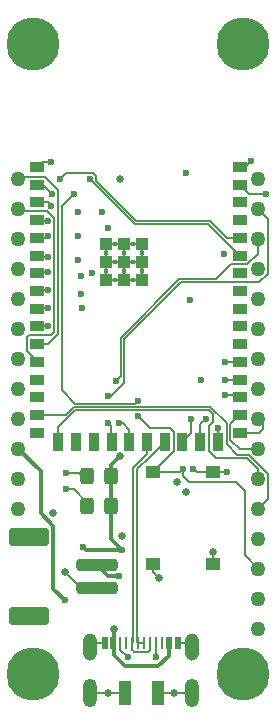
<source format=gbr>
%TF.GenerationSoftware,KiCad,Pcbnew,5.99.0-unknown-fc7f1d1d86~106~ubuntu20.04.1*%
%TF.CreationDate,2021-01-14T15:04:18+11:00*%
%TF.ProjectId,esp32-s2-feather,65737033-322d-4733-922d-666561746865,rev?*%
%TF.SameCoordinates,Original*%
%TF.FileFunction,Copper,L1,Top*%
%TF.FilePolarity,Positive*%
%FSLAX46Y46*%
G04 Gerber Fmt 4.6, Leading zero omitted, Abs format (unit mm)*
G04 Created by KiCad (PCBNEW 5.99.0-unknown-fc7f1d1d86~106~ubuntu20.04.1) date 2021-01-14 15:04:18*
%MOMM*%
%LPD*%
G01*
G04 APERTURE LIST*
G04 Aperture macros list*
%AMRoundRect*
0 Rectangle with rounded corners*
0 $1 Rounding radius*
0 $2 $3 $4 $5 $6 $7 $8 $9 X,Y pos of 4 corners*
0 Add a 4 corners polygon primitive as box body*
4,1,4,$2,$3,$4,$5,$6,$7,$8,$9,$2,$3,0*
0 Add four circle primitives for the rounded corners*
1,1,$1+$1,$2,$3,0*
1,1,$1+$1,$4,$5,0*
1,1,$1+$1,$6,$7,0*
1,1,$1+$1,$8,$9,0*
0 Add four rect primitives between the rounded corners*
20,1,$1+$1,$2,$3,$4,$5,0*
20,1,$1+$1,$4,$5,$6,$7,0*
20,1,$1+$1,$6,$7,$8,$9,0*
20,1,$1+$1,$8,$9,$2,$3,0*%
G04 Aperture macros list end*
%TA.AperFunction,ComponentPad*%
%ADD10C,4.500000*%
%TD*%
%TA.AperFunction,SMDPad,CuDef*%
%ADD11RoundRect,0.250000X-1.500000X0.250000X-1.500000X-0.250000X1.500000X-0.250000X1.500000X0.250000X0*%
%TD*%
%TA.AperFunction,SMDPad,CuDef*%
%ADD12RoundRect,0.250001X-1.449999X0.499999X-1.449999X-0.499999X1.449999X-0.499999X1.449999X0.499999X0*%
%TD*%
%TA.AperFunction,SMDPad,CuDef*%
%ADD13R,0.520000X1.000000*%
%TD*%
%TA.AperFunction,SMDPad,CuDef*%
%ADD14R,0.270000X1.000000*%
%TD*%
%TA.AperFunction,SMDPad,CuDef*%
%ADD15R,1.000000X2.000000*%
%TD*%
%TA.AperFunction,ComponentPad*%
%ADD16O,1.158000X2.316000*%
%TD*%
%TA.AperFunction,ComponentPad*%
%ADD17O,1.200000X2.400000*%
%TD*%
%TA.AperFunction,SMDPad,CuDef*%
%ADD18R,1.250000X1.000000*%
%TD*%
%TA.AperFunction,SMDPad,CuDef*%
%ADD19R,1.200000X0.900000*%
%TD*%
%TA.AperFunction,SMDPad,CuDef*%
%ADD20R,0.900000X1.500000*%
%TD*%
%TA.AperFunction,SMDPad,CuDef*%
%ADD21R,1.100000X1.100000*%
%TD*%
%TA.AperFunction,ComponentPad*%
%ADD22C,0.400000*%
%TD*%
%TA.AperFunction,ComponentPad*%
%ADD23C,1.270000*%
%TD*%
%TA.AperFunction,SMDPad,CuDef*%
%ADD24RoundRect,0.250000X-0.325000X-0.450000X0.325000X-0.450000X0.325000X0.450000X-0.325000X0.450000X0*%
%TD*%
%TA.AperFunction,ViaPad*%
%ADD25C,0.600000*%
%TD*%
%TA.AperFunction,ViaPad*%
%ADD26C,0.650000*%
%TD*%
%TA.AperFunction,Conductor*%
%ADD27C,0.127000*%
%TD*%
%TA.AperFunction,Conductor*%
%ADD28C,0.300000*%
%TD*%
G04 APERTURE END LIST*
D10*
%TO.P,REF\u002A\u002A,*%
%TO.N,GND*%
X195580000Y-99060000D03*
%TD*%
D11*
%TO.P,J2,1,Pin_1*%
%TO.N,+BATT*%
X183190000Y-89805000D03*
%TO.P,J2,2,Pin_2*%
%TO.N,GND*%
X183190000Y-91805000D03*
D12*
%TO.P,J2,MP*%
%TO.N,N/C*%
X177440000Y-87455000D03*
X177440000Y-94155000D03*
%TD*%
D13*
%TO.P,J1,1,GND*%
%TO.N,GND*%
X183844000Y-96436000D03*
%TO.P,J1,2,VBUS*%
%TO.N,VBUS*%
X184594000Y-96436000D03*
D14*
%TO.P,J1,3,CC1*%
%TO.N,Net-(J1-Pad3)*%
X185194000Y-96436000D03*
%TO.P,J1,4*%
%TO.N,N/C*%
X185694000Y-96436000D03*
%TO.P,J1,5,D-*%
%TO.N,PORT_D-*%
X186194000Y-96436000D03*
%TO.P,J1,6,D+*%
%TO.N,PORT_D+*%
X186694000Y-96436000D03*
%TO.P,J1,7,D+*%
X187194000Y-96436000D03*
%TO.P,J1,8,D-*%
%TO.N,PORT_D-*%
X187694000Y-96436000D03*
%TO.P,J1,9,CC2*%
%TO.N,Net-(J1-Pad9)*%
X188194000Y-96436000D03*
%TO.P,J1,10*%
%TO.N,N/C*%
X188694000Y-96436000D03*
D13*
%TO.P,J1,11,VBUS*%
%TO.N,VBUS*%
X189294000Y-96436000D03*
%TO.P,J1,12,GND*%
%TO.N,GND*%
X190044000Y-96436000D03*
D15*
%TO.P,J1,S1,SHIELD*%
X185544000Y-100636000D03*
%TO.P,J1,S2,SHIELD*%
X188344000Y-100636000D03*
D16*
%TO.P,J1,S3,SHIELD*%
X182624000Y-96811000D03*
%TO.P,J1,S4,SHIELD*%
X191264000Y-96811000D03*
D17*
%TO.P,J1,S5,SHIELD*%
X182624000Y-100636000D03*
%TO.P,J1,S6,SHIELD*%
X191264000Y-100636000D03*
%TD*%
D18*
%TO.P,SW2,1,1*%
%TO.N,/IO0*%
X187960000Y-81977000D03*
%TO.P,SW2,2,2*%
%TO.N,GND*%
X187960000Y-89727000D03*
%TD*%
D19*
%TO.P,U5,1,GND*%
%TO.N,GND*%
X178090000Y-56135000D03*
%TO.P,U5,2,3V3*%
%TO.N,+3V3*%
X178090000Y-57635000D03*
%TO.P,U5,3,IO0*%
%TO.N,/IO0*%
X178090000Y-59135000D03*
%TO.P,U5,4,IO1*%
%TO.N,/IO1*%
X178090000Y-60635000D03*
%TO.P,U5,5,IO2*%
%TO.N,/IO2*%
X178090000Y-62135000D03*
%TO.P,U5,6,IO3*%
%TO.N,/IO3*%
X178090000Y-63635000D03*
%TO.P,U5,7,IO4*%
%TO.N,/IO4*%
X178090000Y-65135000D03*
%TO.P,U5,8,IO5*%
%TO.N,/IO5*%
X178090000Y-66635000D03*
%TO.P,U5,9,IO6*%
%TO.N,/IO6*%
X178090000Y-68135000D03*
%TO.P,U5,10,IO7*%
%TO.N,/IO7*%
X178090000Y-69635000D03*
%TO.P,U5,11,IO8*%
%TO.N,SDA*%
X178090000Y-71135000D03*
%TO.P,U5,12,IO9*%
%TO.N,SCL*%
X178090000Y-72635000D03*
%TO.P,U5,13,IO10*%
%TO.N,/IO10*%
X178090000Y-74135000D03*
%TO.P,U5,14,IO11*%
%TO.N,/IO11*%
X178090000Y-75635000D03*
%TO.P,U5,15,IO12*%
%TO.N,/IO12*%
X178090000Y-77135000D03*
%TO.P,U5,16,IO13*%
%TO.N,/IO13*%
X178090000Y-78635000D03*
D20*
%TO.P,U5,17,IO14*%
%TO.N,/IO14*%
X179940000Y-79385000D03*
%TO.P,U5,18,IO15*%
%TO.N,/IO15*%
X181440000Y-79385000D03*
%TO.P,U5,19,IO16*%
%TO.N,/IO16*%
X182940000Y-79385000D03*
%TO.P,U5,20,IO17*%
%TO.N,/IO17*%
X184440000Y-79385000D03*
%TO.P,U5,21,IO18*%
%TO.N,/IO18*%
X185940000Y-79385000D03*
%TO.P,U5,22,IO19*%
%TO.N,PORT_D-*%
X187440000Y-79385000D03*
%TO.P,U5,23,IO20*%
%TO.N,PORT_D+*%
X188940000Y-79385000D03*
%TO.P,U5,24,IO21*%
%TO.N,/IO21*%
X190440000Y-79385000D03*
%TO.P,U5,25,IO26*%
%TO.N,/IO26*%
X191940000Y-79385000D03*
%TO.P,U5,26,GND*%
%TO.N,GND*%
X193440000Y-79385000D03*
D19*
%TO.P,U5,27,IO33*%
%TO.N,/IO33*%
X195290000Y-78635000D03*
%TO.P,U5,28,IO34*%
%TO.N,/IO34*%
X195290000Y-77135000D03*
%TO.P,U5,29,IO35*%
%TO.N,/IO35*%
X195290000Y-75635000D03*
%TO.P,U5,30,IO36*%
%TO.N,/IO36*%
X195290000Y-74135000D03*
%TO.P,U5,31,IO37*%
%TO.N,/IO37*%
X195290000Y-72635000D03*
%TO.P,U5,32,IO38*%
%TO.N,/IO38*%
X195290000Y-71135000D03*
%TO.P,U5,33,IO39*%
%TO.N,/IO39*%
X195290000Y-69635000D03*
%TO.P,U5,34,IO40*%
%TO.N,/IO40*%
X195290000Y-68135000D03*
%TO.P,U5,35,IO41*%
%TO.N,/IO41*%
X195290000Y-66635000D03*
%TO.P,U5,36,IO42*%
%TO.N,/IO42*%
X195290000Y-65135000D03*
%TO.P,U5,37,TXD0*%
%TO.N,/TXD0*%
X195290000Y-63635000D03*
%TO.P,U5,38,RXD0*%
%TO.N,/RXD0*%
X195290000Y-62135000D03*
%TO.P,U5,39,IO45*%
%TO.N,/IO45*%
X195290000Y-60635000D03*
%TO.P,U5,40,IO46*%
%TO.N,/IO46*%
X195290000Y-59135000D03*
%TO.P,U5,41,EN*%
%TO.N,/ESP32-EN*%
X195290000Y-57635000D03*
%TO.P,U5,42,GND*%
%TO.N,GND*%
X195290000Y-56135000D03*
D21*
%TO.P,U5,43.1,GND*%
X185500000Y-64185000D03*
%TO.P,U5,43.2,GND*%
X184000000Y-64185000D03*
%TO.P,U5,43.3,GND*%
X187000000Y-64185000D03*
%TO.P,U5,43.4,GND*%
X184000000Y-65685000D03*
%TO.P,U5,43.5,GND*%
X185500000Y-65685000D03*
%TO.P,U5,43.6,GND*%
X187000000Y-65685000D03*
%TO.P,U5,43.7,GND*%
X184000000Y-62685000D03*
%TO.P,U5,43.8,GND*%
X185500000Y-62685000D03*
%TO.P,U5,43.9,GND*%
X187000000Y-62685000D03*
D22*
%TO.P,U5,43.10,GND*%
X185500000Y-63435000D03*
%TO.P,U5,43.11,GND*%
X184000000Y-63435000D03*
%TO.P,U5,43.12,GND*%
X187000000Y-63435000D03*
%TO.P,U5,43.13,GND*%
X184000000Y-64935000D03*
%TO.P,U5,43.14,GND*%
X185500000Y-64935000D03*
%TO.P,U5,43.15,GND*%
X187000000Y-64935000D03*
%TO.P,U5,43.16,GND*%
X184750000Y-62685000D03*
%TO.P,U5,43.17,GND*%
X186250000Y-62685000D03*
%TO.P,U5,43.18,GND*%
X184750000Y-64185000D03*
%TO.P,U5,43.19,GND*%
X186250000Y-64185000D03*
%TO.P,U5,43.20,GND*%
X184750000Y-65685000D03*
%TO.P,U5,43.21,GND*%
X186250000Y-65685000D03*
%TD*%
D23*
%TO.P,J3,1,Pin_1*%
%TO.N,+BATT*%
X176530000Y-85090000D03*
%TO.P,J3,2,Pin_2*%
%TO.N,/3V3A_EN*%
X176530000Y-82550000D03*
%TO.P,J3,3,Pin_3*%
%TO.N,VBUS*%
X176530000Y-80010000D03*
%TO.P,J3,4,Pin_4*%
%TO.N,/IO7*%
X176530000Y-77470000D03*
%TO.P,J3,5,Pin_5*%
%TO.N,/IO6*%
X176530000Y-74930000D03*
%TO.P,J3,6,Pin_6*%
%TO.N,/IO5*%
X176530000Y-72390000D03*
%TO.P,J3,7,Pin_7*%
%TO.N,/IO4*%
X176530000Y-69850000D03*
%TO.P,J3,8,Pin_8*%
%TO.N,/IO3*%
X176530000Y-67310000D03*
%TO.P,J3,9,Pin_9*%
%TO.N,/IO2*%
X176530000Y-64770000D03*
%TO.P,J3,10,Pin_10*%
%TO.N,/IO1*%
X176530000Y-62230000D03*
%TO.P,J3,11,Pin_11*%
%TO.N,SCL*%
X176530000Y-59690000D03*
%TO.P,J3,12,Pin_12*%
%TO.N,SDA*%
X176530000Y-57150000D03*
%TD*%
D10*
%TO.P,REF\u002A\u002A,*%
%TO.N,*%
X195580000Y-45720000D03*
%TD*%
%TO.P,REF\u002A\u002A,*%
%TO.N,*%
X177800000Y-45720000D03*
%TD*%
D24*
%TO.P,D3,1,K*%
%TO.N,Net-(D3-Pad1)*%
X182363000Y-82296000D03*
%TO.P,D3,2,A*%
%TO.N,Net-(C1-Pad1)*%
X184413000Y-82296000D03*
%TD*%
D10*
%TO.P,REF\u002A\u002A,*%
%TO.N,*%
X177800000Y-99060000D03*
%TD*%
D24*
%TO.P,D2,1,K*%
%TO.N,Net-(D2-Pad1)*%
X182363000Y-84836000D03*
%TO.P,D2,2,A*%
%TO.N,Net-(C1-Pad1)*%
X184413000Y-84836000D03*
%TD*%
D18*
%TO.P,SW1,1,1*%
%TO.N,/ESP32-EN*%
X193040000Y-81977000D03*
%TO.P,SW1,2,2*%
%TO.N,GND*%
X193040000Y-89727000D03*
%TD*%
D23*
%TO.P,J4,1,Pin_1*%
%TO.N,+3.3VA*%
X196850000Y-57150000D03*
%TO.P,J4,2,Pin_2*%
%TO.N,/IO17*%
X196850000Y-59690000D03*
%TO.P,J4,3,Pin_3*%
%TO.N,/IO18*%
X196850000Y-62230000D03*
%TO.P,J4,4,Pin_4*%
%TO.N,/IO37*%
X196850000Y-64770000D03*
%TO.P,J4,5,Pin_5*%
%TO.N,/IO35*%
X196850000Y-67310000D03*
%TO.P,J4,6,Pin_6*%
%TO.N,/IO36*%
X196850000Y-69850000D03*
%TO.P,J4,7,Pin_7*%
%TO.N,/IO26*%
X196850000Y-72390000D03*
%TO.P,J4,8,Pin_8*%
%TO.N,/IO21*%
X196850000Y-74930000D03*
%TO.P,J4,9,Pin_9*%
%TO.N,/IO33*%
X196850000Y-77470000D03*
%TO.P,J4,10,Pin_10*%
%TO.N,/IO34*%
X196850000Y-80010000D03*
%TO.P,J4,11,Pin_11*%
%TO.N,/IO14*%
X196850000Y-82550000D03*
%TO.P,J4,12,Pin_12*%
%TO.N,/IO12*%
X196850000Y-85090000D03*
%TO.P,J4,13,Pin_13*%
%TO.N,GND*%
X196850000Y-87630000D03*
%TO.P,J4,14,Pin_14*%
%TO.N,/IO0*%
X196850000Y-90170000D03*
%TO.P,J4,15,Pin_15*%
%TO.N,+3V3*%
X196850000Y-92710000D03*
%TO.P,J4,16,Pin_16*%
%TO.N,/ESP32-EN*%
X196850000Y-95250000D03*
%TD*%
D25*
%TO.N,GND*%
X196240400Y-55626000D03*
X184150000Y-61341000D03*
D26*
X185293000Y-87376000D03*
D25*
X193446400Y-78232000D03*
X182753000Y-65151000D03*
X191058800Y-67360800D03*
X190754000Y-56642000D03*
D26*
X189686000Y-100636000D03*
X188468000Y-90932000D03*
X179451000Y-85471000D03*
X193040000Y-88773000D03*
D25*
X183668400Y-59944000D03*
X179324000Y-55676800D03*
X192024000Y-74168000D03*
D26*
X180467000Y-90424000D03*
X185166000Y-57150000D03*
D25*
X193950500Y-63521500D03*
D26*
X184098000Y-100636000D03*
D25*
X181902138Y-68083738D03*
%TO.N,Net-(C1-Pad1)*%
X181991000Y-88315800D03*
D26*
X185166000Y-80645000D03*
D25*
X185360990Y-88586990D03*
%TO.N,+BATT*%
X185064400Y-90779600D03*
%TO.N,+3V3*%
X181636400Y-59944000D03*
D26*
X190754000Y-83693000D03*
X189992000Y-82804000D03*
D25*
X179425600Y-58420000D03*
X181636400Y-64008000D03*
X181864000Y-65405000D03*
X181636400Y-61976000D03*
X181864000Y-66929000D03*
%TO.N,/ESP32-EN*%
X191363600Y-81686400D03*
X194183000Y-81991200D03*
X197485000Y-58420000D03*
%TO.N,/IO0*%
X179324000Y-59436000D03*
X190500000Y-81686400D03*
X186690000Y-77216000D03*
X186690000Y-75946000D03*
X181229000Y-58420000D03*
%TO.N,VBUS*%
X180467000Y-92837000D03*
D26*
X184658000Y-95250000D03*
D25*
%TO.N,Net-(D2-Pad1)*%
X180594000Y-83439000D03*
%TO.N,Net-(D3-Pad1)*%
X180594000Y-82016600D03*
%TO.N,Net-(J1-Pad9)*%
X188194000Y-97643000D03*
%TO.N,Net-(J1-Pad3)*%
X185801000Y-97663000D03*
%TO.N,/IO1*%
X179070000Y-60706000D03*
%TO.N,/IO2*%
X179070000Y-61976000D03*
%TO.N,/IO3*%
X179070000Y-63754000D03*
%TO.N,/IO4*%
X179070000Y-65024000D03*
%TO.N,/IO5*%
X179070000Y-66548000D03*
%TO.N,/IO6*%
X179070000Y-68072000D03*
%TO.N,/IO7*%
X179070000Y-69596000D03*
%TO.N,/IO21*%
X191135000Y-77470000D03*
%TO.N,/IO26*%
X192405000Y-77470000D03*
%TO.N,/IO36*%
X194056000Y-74168000D03*
%TO.N,/IO35*%
X194056000Y-75438000D03*
%TO.N,/IO37*%
X194056000Y-72644000D03*
%TO.N,/IO18*%
X185039000Y-77851000D03*
X184785000Y-74295000D03*
%TO.N,/IO17*%
X184150000Y-77851000D03*
X184150000Y-75565000D03*
%TO.N,/RXD0*%
X180086000Y-57150000D03*
%TO.N,/TXD0*%
X182626000Y-57150000D03*
%TD*%
D27*
%TO.N,GND*%
X190044000Y-96436000D02*
X190889000Y-96436000D01*
X184000000Y-65685000D02*
X187000000Y-65685000D01*
X184750000Y-62685000D02*
X184000000Y-62685000D01*
X187960000Y-90424000D02*
X188468000Y-90932000D01*
X190889000Y-96436000D02*
X191264000Y-96811000D01*
X185500000Y-62685000D02*
X185500000Y-65685000D01*
X195731400Y-56135000D02*
X196240400Y-55626000D01*
X187960000Y-89727000D02*
X187960000Y-90424000D01*
X178548200Y-55676800D02*
X179324000Y-55676800D01*
X181848000Y-91805000D02*
X180467000Y-90424000D01*
X189686000Y-100636000D02*
X191264000Y-100636000D01*
X182999000Y-96436000D02*
X182624000Y-96811000D01*
X193446400Y-79378600D02*
X193446400Y-78232000D01*
X188344000Y-100636000D02*
X189686000Y-100636000D01*
X185544000Y-100636000D02*
X184098000Y-100636000D01*
X195290000Y-56135000D02*
X195731400Y-56135000D01*
X193040000Y-89727000D02*
X193040000Y-88773000D01*
X183190000Y-91805000D02*
X181848000Y-91805000D01*
X184000000Y-62685000D02*
X184000000Y-65685000D01*
X183844000Y-96436000D02*
X182999000Y-96436000D01*
X187000000Y-65685000D02*
X187000000Y-62685000D01*
X193440000Y-79385000D02*
X193446400Y-79378600D01*
X184750000Y-62685000D02*
X187000000Y-62685000D01*
X184098000Y-100636000D02*
X182624000Y-100636000D01*
X178090000Y-56135000D02*
X178548200Y-55676800D01*
X187000000Y-64185000D02*
X184000000Y-64185000D01*
D28*
%TO.N,Net-(C1-Pad1)*%
X184404000Y-87630000D02*
X184404000Y-84845000D01*
X184413000Y-82296000D02*
X184413000Y-84836000D01*
X181991000Y-88315800D02*
X182262190Y-88586990D01*
X184413000Y-81398000D02*
X185166000Y-80645000D01*
X184404000Y-84845000D02*
X184413000Y-84836000D01*
X184413000Y-82296000D02*
X184413000Y-81398000D01*
X182262190Y-88586990D02*
X185360990Y-88586990D01*
X184413000Y-82296000D02*
X184413000Y-82287000D01*
X185360990Y-88586990D02*
X184404000Y-87630000D01*
%TO.N,+BATT*%
X183190000Y-89805000D02*
X184164600Y-90779600D01*
X185064400Y-90779600D02*
X185013600Y-90779600D01*
X184164600Y-90779600D02*
X185064400Y-90779600D01*
D27*
%TO.N,+3V3*%
X178663600Y-57658000D02*
X179425600Y-58420000D01*
X178090000Y-57635000D02*
X178113000Y-57658000D01*
X178113000Y-57658000D02*
X178663600Y-57658000D01*
%TO.N,/ESP32-EN*%
X193054200Y-81991200D02*
X193040000Y-81977000D01*
X194183000Y-81991200D02*
X193054200Y-81991200D01*
X195290000Y-57635000D02*
X195267000Y-57658000D01*
X195290000Y-57635000D02*
X196075000Y-58420000D01*
X191363600Y-81700600D02*
X191363600Y-81686400D01*
X191654200Y-81991200D02*
X191363600Y-81700600D01*
X193040000Y-81991200D02*
X191654200Y-81991200D01*
X196075000Y-58420000D02*
X197485000Y-58420000D01*
%TO.N,/IO0*%
X195707000Y-83566000D02*
X194945000Y-82804000D01*
X187960000Y-81977000D02*
X189738000Y-80199000D01*
X190209400Y-81977000D02*
X190500000Y-81686400D01*
X186436000Y-76200000D02*
X181356000Y-76200000D01*
X180213000Y-75057000D02*
X180213000Y-59436000D01*
X194945000Y-82804000D02*
X191008000Y-82804000D01*
X189357000Y-78232000D02*
X187706000Y-78232000D01*
X187960000Y-81977000D02*
X190209400Y-81977000D01*
X190507501Y-81693901D02*
X190500000Y-81686400D01*
X181356000Y-76200000D02*
X180213000Y-75057000D01*
X180213000Y-59436000D02*
X181229000Y-58420000D01*
X186690000Y-75946000D02*
X186436000Y-76200000D01*
X195707000Y-89027000D02*
X195707000Y-83566000D01*
X179023000Y-59135000D02*
X179324000Y-59436000D01*
X178090000Y-59135000D02*
X179023000Y-59135000D01*
X189738000Y-78613000D02*
X189357000Y-78232000D01*
X190507501Y-82303501D02*
X190507501Y-81693901D01*
X196850000Y-90170000D02*
X195707000Y-89027000D01*
X191008000Y-82804000D02*
X190507501Y-82303501D01*
X187706000Y-78232000D02*
X186690000Y-77216000D01*
X189738000Y-80199000D02*
X189738000Y-78613000D01*
D28*
%TO.N,VBUS*%
X178435000Y-85454002D02*
X178435000Y-81915000D01*
X178435000Y-81915000D02*
X176530000Y-80010000D01*
X180467000Y-92837000D02*
X179490010Y-91860010D01*
X189278999Y-97520003D02*
X188374002Y-98425000D01*
X189294000Y-96436000D02*
X189278999Y-96451001D01*
X184658000Y-96372000D02*
X184594000Y-96436000D01*
X185600998Y-98425000D02*
X184609001Y-97433003D01*
D27*
X184594000Y-95314000D02*
X184658000Y-95250000D01*
D28*
X184658000Y-95250000D02*
X184658000Y-96372000D01*
X188374002Y-98425000D02*
X185600998Y-98425000D01*
X179490010Y-86509012D02*
X178435000Y-85454002D01*
X184609001Y-97433003D02*
X184609001Y-96451001D01*
X184609001Y-96451001D02*
X184594000Y-96436000D01*
X179490010Y-91860010D02*
X179490010Y-86509012D01*
X189278999Y-96451001D02*
X189278999Y-97520003D01*
D27*
%TO.N,Net-(D2-Pad1)*%
X182363000Y-84836000D02*
X182363000Y-84573000D01*
X181229000Y-83439000D02*
X180594000Y-83439000D01*
X182363000Y-84573000D02*
X181229000Y-83439000D01*
%TO.N,Net-(D3-Pad1)*%
X182363000Y-82296000D02*
X181991000Y-82296000D01*
X181711600Y-82016600D02*
X180594000Y-82016600D01*
X181991000Y-82296000D02*
X181711600Y-82016600D01*
%TO.N,Net-(J1-Pad9)*%
X188194000Y-96436000D02*
X188194000Y-97643000D01*
%TO.N,PORT_D-*%
X186348199Y-97199501D02*
X187539801Y-97199501D01*
X186194000Y-96436000D02*
X186280500Y-96349500D01*
X187694000Y-97040000D02*
X187694000Y-96436000D01*
X187592501Y-97141499D02*
X187694000Y-97040000D01*
X186280500Y-81582052D02*
X187440000Y-80422552D01*
X186194000Y-97040000D02*
X186295499Y-97141499D01*
X186280500Y-96349500D02*
X186280500Y-81582052D01*
X187539801Y-97199501D02*
X187592501Y-97146801D01*
X187592501Y-97146801D02*
X187592501Y-97141499D01*
X186194000Y-96436000D02*
X186194000Y-97040000D01*
X187440000Y-80422552D02*
X187440000Y-79385000D01*
X186295499Y-97146801D02*
X186348199Y-97199501D01*
X186295499Y-97141499D02*
X186295499Y-97146801D01*
%TO.N,PORT_D+*%
X187194000Y-96436000D02*
X186694000Y-96436000D01*
X186694000Y-96436000D02*
X186607500Y-96349500D01*
X187671223Y-80653777D02*
X188940000Y-79385000D01*
X186607500Y-81717500D02*
X187671223Y-80653777D01*
X186607500Y-96349500D02*
X186607500Y-81717500D01*
%TO.N,Net-(J1-Pad3)*%
X185194000Y-97045302D02*
X185801000Y-97652302D01*
X185194000Y-96436000D02*
X185194000Y-97045302D01*
X185801000Y-97652302D02*
X185801000Y-97663000D01*
%TO.N,SDA*%
X178090000Y-71135000D02*
X178105000Y-71120000D01*
X179916101Y-70273899D02*
X179070000Y-71120000D01*
X179916101Y-58068199D02*
X179916101Y-70273899D01*
X178105000Y-71120000D02*
X179070000Y-71120000D01*
X176685501Y-56994499D02*
X178842401Y-56994499D01*
X176530000Y-57150000D02*
X176685501Y-56994499D01*
X178842401Y-56994499D02*
X179916101Y-58068199D01*
%TO.N,SCL*%
X179560501Y-60470559D02*
X179560501Y-70121499D01*
X177474098Y-70358000D02*
X177292000Y-70540098D01*
X178983142Y-59893200D02*
X179560501Y-60470559D01*
X179560501Y-70121499D02*
X179324000Y-70358000D01*
X179324000Y-70358000D02*
X177474098Y-70358000D01*
X176733200Y-59893200D02*
X178983142Y-59893200D01*
X177292000Y-71729902D02*
X178090000Y-72527902D01*
X176530000Y-59690000D02*
X176733200Y-59893200D01*
X177292000Y-70540098D02*
X177292000Y-71729902D01*
X178090000Y-72527902D02*
X178090000Y-72635000D01*
%TO.N,/IO1*%
X178161000Y-60706000D02*
X179070000Y-60706000D01*
X178090000Y-60635000D02*
X178161000Y-60706000D01*
%TO.N,/IO2*%
X178090000Y-62135000D02*
X178911000Y-62135000D01*
X178911000Y-62135000D02*
X179070000Y-61976000D01*
%TO.N,/IO3*%
X178209000Y-63754000D02*
X179070000Y-63754000D01*
X178090000Y-63635000D02*
X178209000Y-63754000D01*
%TO.N,/IO4*%
X178201000Y-65024000D02*
X179070000Y-65024000D01*
X178090000Y-65135000D02*
X178201000Y-65024000D01*
%TO.N,/IO5*%
X178090000Y-66635000D02*
X178177000Y-66548000D01*
X178177000Y-66548000D02*
X179070000Y-66548000D01*
%TO.N,/IO6*%
X179070000Y-68072000D02*
X179007000Y-68135000D01*
X178090000Y-68135000D02*
X179070000Y-68072000D01*
%TO.N,/IO7*%
X178090000Y-69635000D02*
X178129000Y-69596000D01*
X178129000Y-69596000D02*
X179070000Y-69596000D01*
%TO.N,/IO12*%
X196039742Y-80518000D02*
X197675501Y-82153759D01*
X181229000Y-76454000D02*
X192786000Y-76454000D01*
X192786000Y-76454000D02*
X194183000Y-77851000D01*
X180548000Y-77135000D02*
X181229000Y-76454000D01*
X195072000Y-80518000D02*
X196039742Y-80518000D01*
X194183000Y-79629000D02*
X195072000Y-80518000D01*
X197675501Y-84264499D02*
X196850000Y-85090000D01*
X197675501Y-82153759D02*
X197675501Y-84264499D01*
X194183000Y-77851000D02*
X194183000Y-79629000D01*
X178090000Y-77135000D02*
X180548000Y-77135000D01*
%TO.N,/IO21*%
X190440000Y-79385000D02*
X191135000Y-78690000D01*
X191135000Y-78690000D02*
X191135000Y-77470000D01*
%TO.N,/IO26*%
X191940000Y-77935000D02*
X192405000Y-77470000D01*
X191940000Y-79385000D02*
X191940000Y-77935000D01*
%TO.N,/IO36*%
X195257000Y-74168000D02*
X194056000Y-74168000D01*
X195290000Y-74135000D02*
X195257000Y-74168000D01*
%TO.N,/IO35*%
X195290000Y-75635000D02*
X195093000Y-75438000D01*
X195093000Y-75438000D02*
X194056000Y-75438000D01*
%TO.N,/IO37*%
X195290000Y-72635000D02*
X195281000Y-72644000D01*
X195281000Y-72644000D02*
X194056000Y-72644000D01*
%TO.N,/IO18*%
X196850000Y-63467902D02*
X195928902Y-64389000D01*
X185420000Y-77851000D02*
X185039000Y-77851000D01*
X190182509Y-65658991D02*
X185267590Y-70573910D01*
X195928902Y-64389000D02*
X194564000Y-64389000D01*
X193294000Y-65659000D02*
X190392948Y-65659000D01*
X185940000Y-78371000D02*
X185420000Y-77851000D01*
X190392948Y-65659000D02*
X190392939Y-65658991D01*
X190392939Y-65658991D02*
X190182509Y-65658991D01*
X185940000Y-79385000D02*
X185940000Y-78371000D01*
X185267590Y-73812410D02*
X184785000Y-74295000D01*
X194564000Y-64389000D02*
X193294000Y-65659000D01*
X196850000Y-62230000D02*
X196850000Y-63467902D01*
X185267590Y-70573910D02*
X185267590Y-73812410D01*
%TO.N,/IO17*%
X184150000Y-77851000D02*
X184404000Y-78105000D01*
X184404000Y-79349000D02*
X184440000Y-79385000D01*
X197675501Y-60515501D02*
X197675501Y-65166241D01*
X184150000Y-75565000D02*
X184404000Y-75565000D01*
X184404000Y-78105000D02*
X184404000Y-79349000D01*
X190287724Y-65913000D02*
X185521600Y-70679124D01*
X196928742Y-65913000D02*
X190287724Y-65913000D01*
X185521600Y-70679124D02*
X185521600Y-74447400D01*
X197675501Y-65166241D02*
X196928742Y-65913000D01*
X196850000Y-59690000D02*
X197675501Y-60515501D01*
X184404000Y-75565000D02*
X185521600Y-74447400D01*
%TO.N,/RXD0*%
X180576501Y-56659499D02*
X182861441Y-56659499D01*
X194215000Y-62135000D02*
X195290000Y-62135000D01*
X186541224Y-60706000D02*
X186541233Y-60705991D01*
X183116501Y-56914559D02*
X183116501Y-57281277D01*
X183116501Y-57281277D02*
X186541224Y-60706000D01*
X182861441Y-56659499D02*
X183116501Y-56914559D01*
X186541233Y-60705991D02*
X192785991Y-60705991D01*
X192785991Y-60705991D02*
X194215000Y-62135000D01*
X180086000Y-57150000D02*
X180576501Y-56659499D01*
%TO.N,/TXD0*%
X186436000Y-60960000D02*
X182626000Y-57150000D01*
X195290000Y-63635000D02*
X192615000Y-60960000D01*
X192615000Y-60960000D02*
X186436000Y-60960000D01*
%TO.N,/IO34*%
X195272080Y-80010000D02*
X196850000Y-80010000D01*
X195290000Y-77135000D02*
X194499489Y-77925511D01*
X194499489Y-77925511D02*
X194499489Y-79237409D01*
X194499489Y-79237409D02*
X195272080Y-80010000D01*
%TO.N,/IO33*%
X195290000Y-78635000D02*
X196955000Y-78635000D01*
X196955000Y-78635000D02*
X197231000Y-78359000D01*
X197231000Y-78359000D02*
X197231000Y-77851000D01*
X197231000Y-77851000D02*
X196850000Y-77470000D01*
%TO.N,/IO14*%
X192684400Y-80172302D02*
X193284098Y-80772000D01*
X179940000Y-78124000D02*
X181356000Y-76708000D01*
X189589204Y-76708000D02*
X189589214Y-76708010D01*
X179940000Y-79385000D02*
X179940000Y-78124000D01*
X193040000Y-77089000D02*
X193040000Y-77724000D01*
X192659010Y-76708010D02*
X193040000Y-77089000D01*
X189589214Y-76708010D02*
X192659010Y-76708010D01*
X196850000Y-81687482D02*
X196850000Y-82550000D01*
X192684400Y-78079600D02*
X192684400Y-80172302D01*
X181356000Y-76708000D02*
X189589204Y-76708000D01*
X195934518Y-80772000D02*
X196850000Y-81687482D01*
X193284098Y-80772000D02*
X195934518Y-80772000D01*
X193040000Y-77724000D02*
X192684400Y-78079600D01*
%TD*%
M02*

</source>
